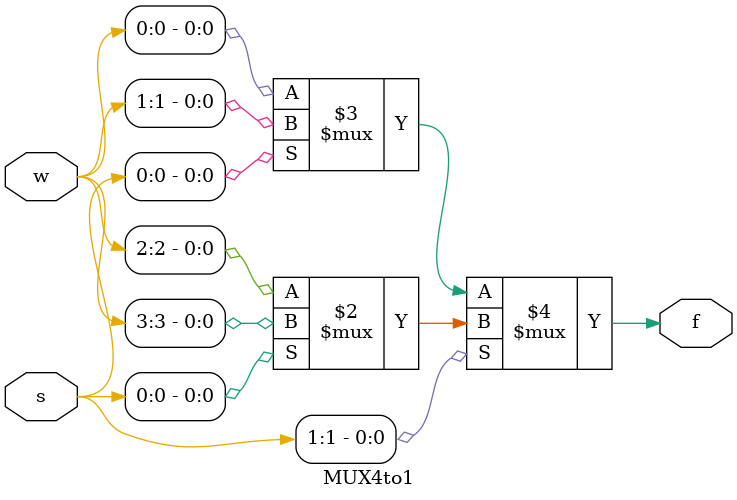
<source format=v>
module MUX4to1(w,s,f);

input [0:3]w;
input [1:0]s;

output reg f;

always @(*) begin
    f = s[1]?(s[0]?w[3]:w[2]):(s[0]?w[1]:w[0]);
end

endmodule

</source>
